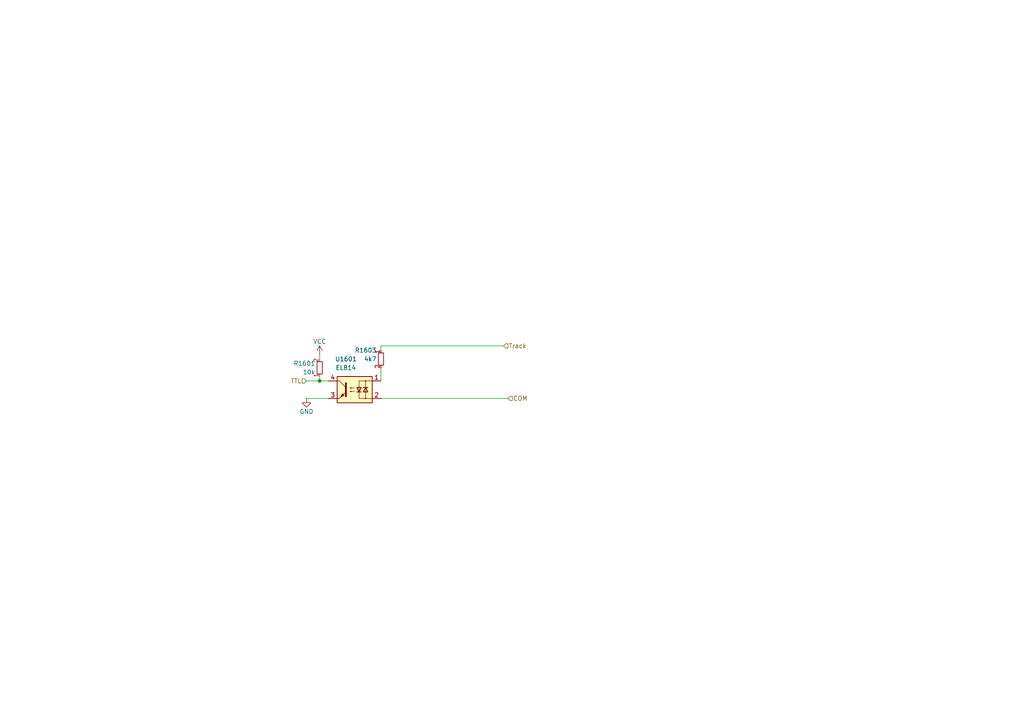
<source format=kicad_sch>
(kicad_sch (version 20231120) (generator "eeschema") (generator_version "8.0")
  (paper "A4")
  (lib_symbols
    (symbol "custom_kicad_lib_sk:EL814S" (pin_names (offset 1.016))
      (property "Reference" "U" (at -5.334 4.826 0))
      (property "Value" "EL814" (at 0 5.08 0))
      (symbol "EL814S_0_1"
        (rectangle (start -5.08 3.81) (end 5.08 -3.81) (stroke (width 0.254)) (fill (type background)))
        (circle (center -3.175 -2.54) (radius 0.127))
        (circle (center -3.175 2.54) (radius 0.127))
        (polyline (pts (xy -3.81 0.635) (xy -2.54 0.635)) (stroke (width 0.254)))
        (polyline (pts (xy -3.175 -0.635) (xy -3.175 -2.54)))
        (polyline (pts (xy -3.175 0.635) (xy -3.175 -0.635)))
        (polyline (pts (xy -3.175 0.635) (xy -3.175 2.54)))
        (polyline (pts (xy -1.905 -0.635) (xy -0.635 -0.635)) (stroke (width 0.254)))
        (polyline (pts (xy -1.27 0.635) (xy -1.27 -0.635)))
        (polyline (pts (xy 2.54 0.635) (xy 4.445 2.54)))
        (polyline (pts (xy 4.445 -2.54) (xy 2.54 -0.635)) (fill (type outline)))
        (polyline (pts (xy 4.445 -2.54) (xy 5.08 -2.54)))
        (polyline (pts (xy 4.445 2.54) (xy 5.08 2.54)))
        (polyline (pts (xy -5.08 2.54) (xy -1.27 2.54) (xy -1.27 0.635)))
        (polyline (pts (xy -1.27 -0.635) (xy -1.27 -2.54) (xy -5.08 -2.54)))
        (polyline (pts (xy 2.54 1.905) (xy 2.54 -1.905) (xy 2.54 -1.905)) (stroke (width 0.508)))
        (polyline (pts (xy -3.175 0.635) (xy -3.81 -0.635) (xy -2.54 -0.635) (xy -3.175 0.635)) (stroke (width 0.254)))
        (polyline (pts (xy -1.27 -0.635) (xy -1.905 0.635) (xy -0.635 0.635) (xy -1.27 -0.635)) (stroke (width 0.254)))
        (polyline (pts (xy 0.127 -0.508) (xy 1.397 -0.508) (xy 1.016 -0.635) (xy 1.016 -0.381) (xy 1.397 -0.508)))
        (polyline (pts (xy 0.127 0.508) (xy 1.397 0.508) (xy 1.016 0.381) (xy 1.016 0.635) (xy 1.397 0.508)))
        (polyline (pts (xy 3.048 -1.651) (xy 3.556 -1.143) (xy 4.064 -2.159) (xy 3.048 -1.651) (xy 3.048 -1.651)) (fill (type outline)))
      )
      (symbol "EL814S_1_1"
        (pin passive line (at -7.62 2.54 0) (length 2.54) (name "~") (number "1"))
        (pin passive line (at -7.62 -2.54 0) (length 2.54) (name "~") (number "2"))
        (pin passive line (at 7.62 -2.54 180) (length 2.54) (name "~") (number "3"))
        (pin passive line (at 7.62 2.54 180) (length 2.54) (name "~") (number "4"))
      )
    )
    (symbol "power:GND" (power) (pin_names (offset 0))
      (property "Value" "GND" (at 0 -3.81 0))
      (symbol "GND_0_1"
        (polyline (pts (xy 0 0) (xy 0 -1.27) (xy 1.27 -1.27) (xy 0 -2.54) (xy -1.27 -1.27) (xy 0 -1.27)))
      )
      (symbol "GND_1_1"
        (pin power_in line (at 0 0 270) (length 0) hide (name "GND") (number "1"))
      )
    )
    (symbol "power:VCC" (power) (pin_numbers hide) (pin_names (offset 0) hide)
      (property "Value" "VCC" (at 0 3.556 0))
      (symbol "VCC_0_1"
        (polyline (pts (xy -0.762 1.27) (xy 0 2.54)))
        (polyline (pts (xy 0 0) (xy 0 2.54)))
        (polyline (pts (xy 0 2.54) (xy 0.762 1.27)))
      )
      (symbol "VCC_1_1"
        (pin power_in line (at 0 0 90) (length 0) (name "~") (number "1"))
      )
    )
    (symbol "resistors_0603:R_10k_0603"
      (property "Reference" "R" (at 1.27 2.54 0))
      (property "Value" "10k" (at 2.54 -2.54 0))
      (symbol "R_10k_0603_0_1"
        (rectangle (start -0.762 1.778) (end 0.762 -1.778) (stroke (width 0.2032)))
      )
      (symbol "R_10k_0603_1_1"
        (pin passive line (at 0 2.54 270) (length 0.762) (name "~") (number "1"))
        (pin passive line (at 0 -2.54 90) (length 0.762) (name "~") (number "2"))
      )
    )
    (symbol "resistors_0603:R_47R_0603"
      (property "Reference" "R" (at 1.27 2.54 0))
      (property "Value" "47R" (at 2.54 -2.54 0))
      (symbol "R_47R_0603_0_1"
        (rectangle (start -0.762 1.778) (end 0.762 -1.778) (stroke (width 0.2032)))
      )
      (symbol "R_47R_0603_1_1"
        (pin passive line (at 0 2.54 270) (length 0.762) (name "~") (number "1"))
        (pin passive line (at 0 -2.54 90) (length 0.762) (name "~") (number "2"))
      )
    )
  )
  (junction (at 92.71 110.49))
  (wire (pts (xy 92.71 109.22) (xy 92.71 110.49)))
  (wire (pts (xy 110.49 106.68) (xy 110.49 110.49)))
  (wire (pts (xy 110.49 115.57) (xy 147.32 115.57)))
  (wire (pts (xy 95.25 115.57) (xy 88.9 115.57)))
  (wire (pts (xy 92.71 110.49) (xy 88.9 110.49)))
  (wire (pts (xy 110.49 100.33) (xy 146.05 100.33)))
  (wire (pts (xy 92.71 102.87) (xy 92.71 104.14)))
  (wire (pts (xy 110.49 100.33) (xy 110.49 101.6)))
  (wire (pts (xy 95.25 110.49) (xy 92.71 110.49)))
  (hierarchical_label "TTL" (shape input) (at 88.9 110.49 180))
  (hierarchical_label "COM" (shape input) (at 147.32 115.57 0))
  (hierarchical_label "Track" (shape input) (at 146.05 100.33 0))
  (symbol (lib_id "power:GND") (at 88.9 115.57 0) (mirror y) (unit 1)
    (property "Reference" "#PWR0202" (effects (hide yes)))
    (property "Value" "GND" (at 88.9 119.38 0))
    (instances (project "OS-S88n" (path "" (reference "#PWR01602") (unit 1)) (path "" (reference "#PWR01702") (unit 1)) (path "" (reference "#PWR0902") (unit 1)) (path "" (reference "#PWR01002") (unit 1)) (path "" (reference "#PWR0402") (unit 1)) (path "" (reference "#PWR01302") (unit 1)) (path "" (reference "#PWR0802") (unit 1)) (path "" (reference "#PWR0602") (unit 1)) (path "" (reference "#PWR0702") (unit 1)) (path "" (reference "#PWR01802") (unit 1)) (path "" (reference "#PWR0502") (unit 1)) (path "" (reference "#PWR01102") (unit 1)) (path "" (reference "#PWR01402") (unit 1)) (path "" (reference "#PWR01902") (unit 1)) (path "" (reference "#PWR0202") (unit 1)) (path "" (reference "#PWR01502") (unit 1))))
  )
  (symbol (lib_id "resistors_0603:R_47R_0603") (at 110.49 104.14 0) (mirror y) (unit 1)
    (property "Reference" "R203" (at 109.22 101.6 0) (effects (justify left)))
    (property "Value" "4k7" (at 109.22 104.14 0) (effects (justify left)))
    (property "Footprint" "custom_kicad_lib_sk:R_0603_smalltext" (effects (hide yes)))
    (property "JLCPCB Part#" "C23162" (effects (hide yes)))
    (instances (project "OS-S88n" (path "" (reference "R1603") (unit 1)) (path "" (reference "R1703") (unit 1)) (path "" (reference "R903") (unit 1)) (path "" (reference "R1003") (unit 1)) (path "" (reference "R403") (unit 1)) (path "" (reference "R1303") (unit 1)) (path "" (reference "R803") (unit 1)) (path "" (reference "R603") (unit 1)) (path "" (reference "R703") (unit 1)) (path "" (reference "R1803") (unit 1)) (path "" (reference "R503") (unit 1)) (path "" (reference "R1103") (unit 1)) (path "" (reference "R1403") (unit 1)) (path "" (reference "R1903") (unit 1)) (path "" (reference "R203") (unit 1)) (path "" (reference "R1503") (unit 1))))
  )
  (symbol (lib_id "power:VCC") (at 92.71 102.87 0) (mirror y) (unit 1)
    (property "Reference" "#PWR0401" (effects (hide yes)))
    (property "Value" "VCC" (at 92.71 99.06 0))
    (property "Description" "Power symbol creates a global label with name \"VCC\"" (effects (hide yes)))
    (instances (project "OS-S88n" (path "" (reference "#PWR01601") (unit 1)) (path "" (reference "#PWR01701") (unit 1)) (path "" (reference "#PWR0901") (unit 1)) (path "" (reference "#PWR01001") (unit 1)) (path "" (reference "#PWR0401") (unit 1)) (path "" (reference "#PWR01301") (unit 1)) (path "" (reference "#PWR0801") (unit 1)) (path "" (reference "#PWR0601") (unit 1)) (path "" (reference "#PWR0701") (unit 1)) (path "" (reference "#PWR01801") (unit 1)) (path "" (reference "#PWR0501") (unit 1)) (path "" (reference "#PWR01101") (unit 1)) (path "" (reference "#PWR01401") (unit 1)) (path "" (reference "#PWR01901") (unit 1)) (path "" (reference "#PWR0201") (unit 1)) (path "" (reference "#PWR01501") (unit 1))))
  )
  (symbol (lib_id "resistors_0603:R_10k_0603") (at 92.71 106.68 0) (mirror x) (unit 1)
    (property "Reference" "R401" (at 91.44 105.41 0) (effects (justify right)))
    (property "Value" "10k" (at 91.44 107.95 0) (effects (justify right)))
    (property "Footprint" "custom_kicad_lib_sk:R_0603_smalltext" (effects (hide yes)))
    (property "JLCPCB Part#" "C25804" (effects (hide yes)))
    (instances (project "OS-S88n" (path "" (reference "R1601") (unit 1)) (path "" (reference "R1701") (unit 1)) (path "" (reference "R901") (unit 1)) (path "" (reference "R1001") (unit 1)) (path "" (reference "R401") (unit 1)) (path "" (reference "R1301") (unit 1)) (path "" (reference "R801") (unit 1)) (path "" (reference "R601") (unit 1)) (path "" (reference "R701") (unit 1)) (path "" (reference "R1801") (unit 1)) (path "" (reference "R501") (unit 1)) (path "" (reference "R1101") (unit 1)) (path "" (reference "R1401") (unit 1)) (path "" (reference "R1901") (unit 1)) (path "" (reference "R201") (unit 1)) (path "" (reference "R1501") (unit 1))))
  )
  (symbol (lib_id "custom_kicad_lib_sk:EL814S") (at 102.87 113.03 0) (mirror y) (unit 1)
    (property "Reference" "U201" (at 100.33 104.14 0))
    (property "Value" "EL814" (at 100.33 106.68 0))
    (property "Footprint" "Package_DIP:SMDIP-4_W9.53mm" (effects (hide yes)))
    (property "Datasheet" "http://www.everlight.com/file/ProductFile/EL814.pdf" (effects (hide yes)))
    (property "JLCPCB Part#" "C500388" (effects (hide yes)))
    (instances (project "OS-S88n" (path "" (reference "U1601") (unit 1)) (path "" (reference "U1701") (unit 1)) (path "" (reference "U901") (unit 1)) (path "" (reference "U1001") (unit 1)) (path "" (reference "U401") (unit 1)) (path "" (reference "U1301") (unit 1)) (path "" (reference "U801") (unit 1)) (path "" (reference "U601") (unit 1)) (path "" (reference "U701") (unit 1)) (path "" (reference "U1801") (unit 1)) (path "" (reference "U501") (unit 1)) (path "" (reference "U1101") (unit 1)) (path "" (reference "U1401") (unit 1)) (path "" (reference "U1901") (unit 1)) (path "" (reference "U201") (unit 1)) (path "" (reference "U1501") (unit 1))))
  )
)
</source>
